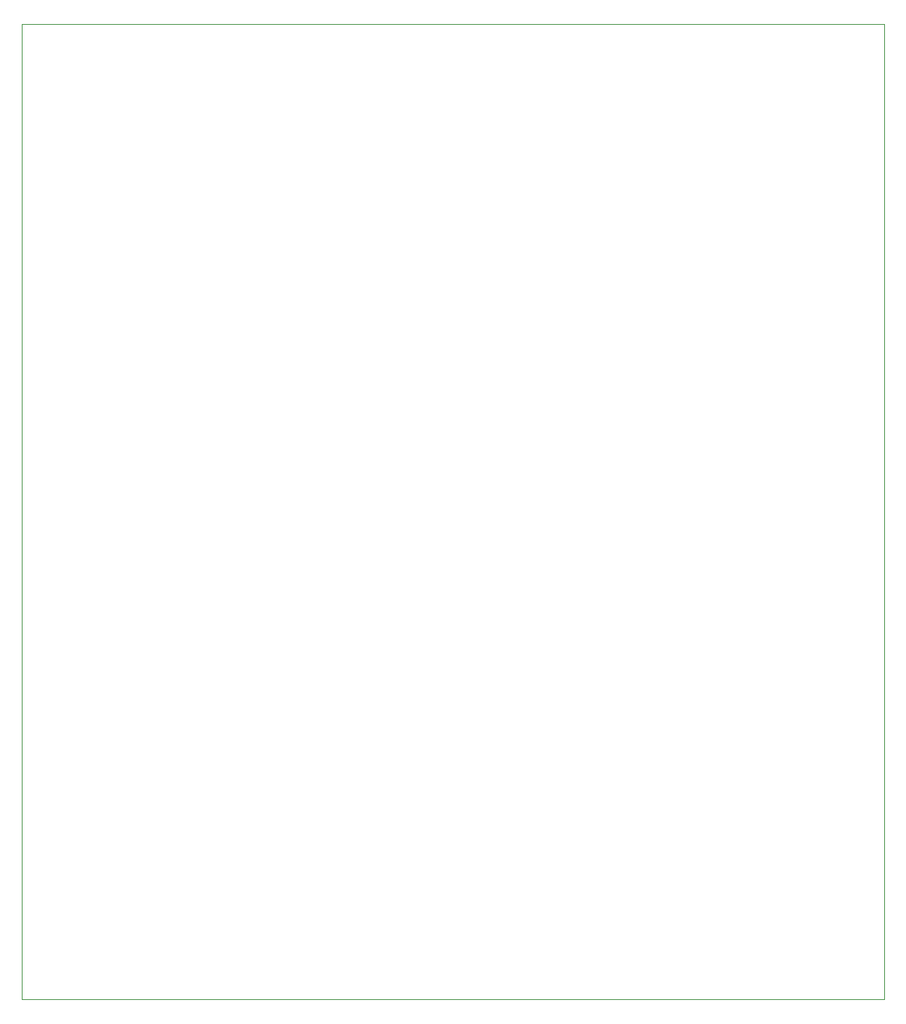
<source format=gbr>
G04 #@! TF.FileFunction,Profile,NP*
%FSLAX46Y46*%
G04 Gerber Fmt 4.6, Leading zero omitted, Abs format (unit mm)*
G04 Created by KiCad (PCBNEW 4.0.2-stable) date 13/08/2016 22:29:21*
%MOMM*%
G01*
G04 APERTURE LIST*
%ADD10C,0.100000*%
G04 APERTURE END LIST*
D10*
X109220000Y-198120000D02*
X101600000Y-198120000D01*
X109220000Y-88265000D02*
X109220000Y-198120000D01*
X12065000Y-88265000D02*
X12065000Y-198120000D01*
X109220000Y-88265000D02*
X12065000Y-88265000D01*
X12065000Y-198120000D02*
X101600000Y-198120000D01*
M02*

</source>
